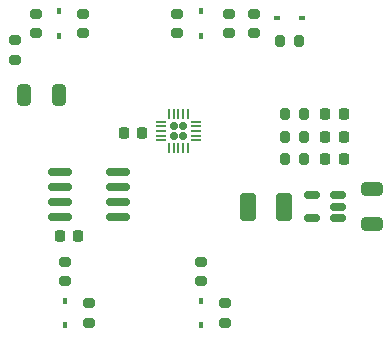
<source format=gbr>
%TF.GenerationSoftware,KiCad,Pcbnew,7.0.8*%
%TF.CreationDate,2024-01-22T00:16:33-08:00*%
%TF.ProjectId,PWMGen R1,50574d47-656e-4205-9231-2e6b69636164,rev?*%
%TF.SameCoordinates,Original*%
%TF.FileFunction,Paste,Top*%
%TF.FilePolarity,Positive*%
%FSLAX46Y46*%
G04 Gerber Fmt 4.6, Leading zero omitted, Abs format (unit mm)*
G04 Created by KiCad (PCBNEW 7.0.8) date 2024-01-22 00:16:33*
%MOMM*%
%LPD*%
G01*
G04 APERTURE LIST*
G04 Aperture macros list*
%AMRoundRect*
0 Rectangle with rounded corners*
0 $1 Rounding radius*
0 $2 $3 $4 $5 $6 $7 $8 $9 X,Y pos of 4 corners*
0 Add a 4 corners polygon primitive as box body*
4,1,4,$2,$3,$4,$5,$6,$7,$8,$9,$2,$3,0*
0 Add four circle primitives for the rounded corners*
1,1,$1+$1,$2,$3*
1,1,$1+$1,$4,$5*
1,1,$1+$1,$6,$7*
1,1,$1+$1,$8,$9*
0 Add four rect primitives between the rounded corners*
20,1,$1+$1,$2,$3,$4,$5,0*
20,1,$1+$1,$4,$5,$6,$7,0*
20,1,$1+$1,$6,$7,$8,$9,0*
20,1,$1+$1,$8,$9,$2,$3,0*%
G04 Aperture macros list end*
%ADD10RoundRect,0.150000X0.825000X0.150000X-0.825000X0.150000X-0.825000X-0.150000X0.825000X-0.150000X0*%
%ADD11RoundRect,0.218750X-0.218750X-0.256250X0.218750X-0.256250X0.218750X0.256250X-0.218750X0.256250X0*%
%ADD12RoundRect,0.200000X0.200000X0.275000X-0.200000X0.275000X-0.200000X-0.275000X0.200000X-0.275000X0*%
%ADD13R,0.600000X0.450000*%
%ADD14RoundRect,0.200000X-0.275000X0.200000X-0.275000X-0.200000X0.275000X-0.200000X0.275000X0.200000X0*%
%ADD15R,0.450000X0.600000*%
%ADD16RoundRect,0.250000X0.325000X0.650000X-0.325000X0.650000X-0.325000X-0.650000X0.325000X-0.650000X0*%
%ADD17RoundRect,0.225000X0.225000X0.250000X-0.225000X0.250000X-0.225000X-0.250000X0.225000X-0.250000X0*%
%ADD18RoundRect,0.250000X0.412500X0.925000X-0.412500X0.925000X-0.412500X-0.925000X0.412500X-0.925000X0*%
%ADD19RoundRect,0.200000X0.275000X-0.200000X0.275000X0.200000X-0.275000X0.200000X-0.275000X-0.200000X0*%
%ADD20RoundRect,0.150000X0.512500X0.150000X-0.512500X0.150000X-0.512500X-0.150000X0.512500X-0.150000X0*%
%ADD21RoundRect,0.250000X-0.650000X0.325000X-0.650000X-0.325000X0.650000X-0.325000X0.650000X0.325000X0*%
%ADD22RoundRect,0.167500X-0.167500X-0.167500X0.167500X-0.167500X0.167500X0.167500X-0.167500X0.167500X0*%
%ADD23RoundRect,0.050000X-0.375000X-0.050000X0.375000X-0.050000X0.375000X0.050000X-0.375000X0.050000X0*%
%ADD24RoundRect,0.050000X-0.050000X-0.375000X0.050000X-0.375000X0.050000X0.375000X-0.050000X0.375000X0*%
G04 APERTURE END LIST*
D10*
%TO.C,U3*%
X-122326100Y141648600D03*
X-122326100Y142918600D03*
X-122326100Y144188600D03*
X-122326100Y145458600D03*
X-127276100Y145458600D03*
X-127276100Y144188600D03*
X-127276100Y142918600D03*
X-127276100Y141648600D03*
%TD*%
D11*
%TO.C,D5*%
X-104801100Y146553600D03*
X-103226100Y146553600D03*
%TD*%
D12*
%TO.C,R16*%
X-106976100Y156553600D03*
X-108626100Y156553600D03*
%TD*%
D13*
%TO.C,D15*%
X-106751100Y158553600D03*
X-108851100Y158553600D03*
%TD*%
D14*
%TO.C,R17*%
X-129301100Y158878600D03*
X-129301100Y157228600D03*
%TD*%
%TO.C,R1*%
X-125301100Y158878600D03*
X-125301100Y157228600D03*
%TD*%
D15*
%TO.C,D1*%
X-126801100Y132503600D03*
X-126801100Y134603600D03*
%TD*%
D16*
%TO.C,C11*%
X-127326100Y152053600D03*
X-130276100Y152053600D03*
%TD*%
D15*
%TO.C,D4*%
X-115301100Y159103600D03*
X-115301100Y157003600D03*
%TD*%
D17*
%TO.C,C8*%
X-120276100Y148803600D03*
X-121826100Y148803600D03*
%TD*%
D11*
%TO.C,D6*%
X-104801100Y148458600D03*
X-103226100Y148458600D03*
%TD*%
D18*
%TO.C,C13*%
X-108263600Y142553600D03*
X-111338600Y142553600D03*
%TD*%
D14*
%TO.C,R5*%
X-110801100Y158878600D03*
X-110801100Y157228600D03*
%TD*%
D19*
%TO.C,R7*%
X-115301100Y136228600D03*
X-115301100Y137878600D03*
%TD*%
D15*
%TO.C,D3*%
X-127301100Y159103600D03*
X-127301100Y157003600D03*
%TD*%
D11*
%TO.C,D7*%
X-104801100Y150363600D03*
X-103226100Y150363600D03*
%TD*%
D19*
%TO.C,R9*%
X-124801100Y132728600D03*
X-124801100Y134378600D03*
%TD*%
D20*
%TO.C,U2*%
X-103663600Y141603600D03*
X-103663600Y142553600D03*
X-103663600Y143503600D03*
X-105938600Y143503600D03*
X-105938600Y141603600D03*
%TD*%
D12*
%TO.C,R12*%
X-106553600Y148458600D03*
X-108203600Y148458600D03*
%TD*%
D19*
%TO.C,R3*%
X-126801100Y136228600D03*
X-126801100Y137878600D03*
%TD*%
D12*
%TO.C,R11*%
X-106553600Y146553600D03*
X-108203600Y146553600D03*
%TD*%
%TO.C,R13*%
X-106553600Y150363600D03*
X-108203600Y150363600D03*
%TD*%
D21*
%TO.C,C10*%
X-100801100Y144028600D03*
X-100801100Y141078600D03*
%TD*%
D17*
%TO.C,C1*%
X-125726100Y140053600D03*
X-127276100Y140053600D03*
%TD*%
D22*
%TO.C,U1*%
X-117621100Y149373600D03*
X-117621100Y148553600D03*
X-116801100Y149373600D03*
X-116801100Y148553600D03*
D23*
X-118661100Y149763600D03*
X-118661100Y149363600D03*
X-118661100Y148963600D03*
X-118661100Y148563600D03*
X-118661100Y148163600D03*
D24*
X-118011100Y147513600D03*
X-117611100Y147513600D03*
X-117211100Y147513600D03*
X-116811100Y147513600D03*
X-116411100Y147513600D03*
D23*
X-115761100Y148163600D03*
X-115761100Y148563600D03*
X-115761100Y148963600D03*
X-115761100Y149363600D03*
X-115761100Y149763600D03*
D24*
X-116411100Y150413600D03*
X-116811100Y150413600D03*
X-117211100Y150413600D03*
X-117611100Y150413600D03*
X-118011100Y150413600D03*
%TD*%
D19*
%TO.C,R10*%
X-113301100Y132728600D03*
X-113301100Y134378600D03*
%TD*%
D14*
%TO.C,R4*%
X-117301100Y158878600D03*
X-117301100Y157228600D03*
%TD*%
%TO.C,R2*%
X-112941100Y158878600D03*
X-112941100Y157228600D03*
%TD*%
D19*
%TO.C,R6*%
X-131051100Y154978600D03*
X-131051100Y156628600D03*
%TD*%
D15*
%TO.C,D2*%
X-115301100Y132503600D03*
X-115301100Y134603600D03*
%TD*%
M02*

</source>
